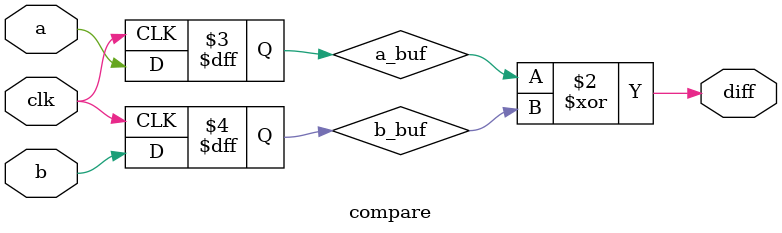
<source format=v>
`timescale 1ns / 1ps
module compare#(parameter WIDTH=1)(
	input clk,
	input [WIDTH-1:0] a,
	input [WIDTH-1:0] b,
	output [WIDTH-1:0] diff
	);

reg [WIDTH-1:0] a_buf;
reg [WIDTH-1:0] b_buf;

always @(posedge clk) 
begin
	a_buf <= a;
	b_buf <= b;
end

assign diff = a_buf ^ b_buf;

endmodule

</source>
